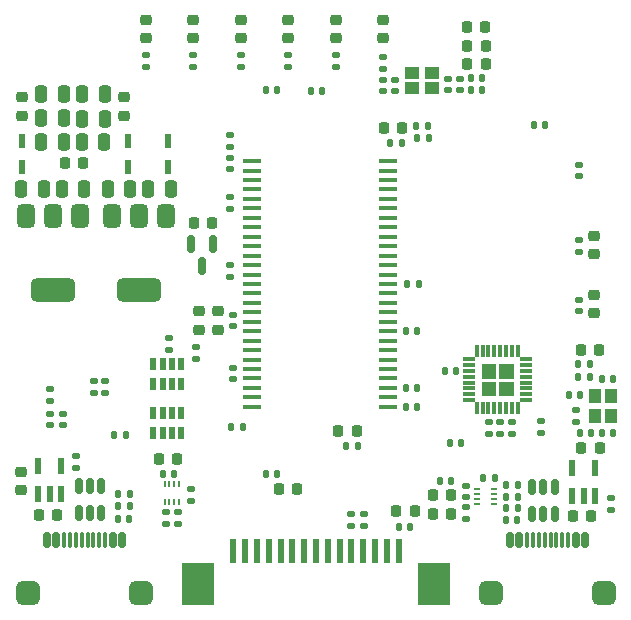
<source format=gbr>
%TF.GenerationSoftware,KiCad,Pcbnew,8.0.1*%
%TF.CreationDate,2024-04-17T21:00:07+02:00*%
%TF.ProjectId,STM32_Dev_Board,53544d33-325f-4446-9576-5f426f617264,rev?*%
%TF.SameCoordinates,Original*%
%TF.FileFunction,Paste,Top*%
%TF.FilePolarity,Positive*%
%FSLAX46Y46*%
G04 Gerber Fmt 4.6, Leading zero omitted, Abs format (unit mm)*
G04 Created by KiCad (PCBNEW 8.0.1) date 2024-04-17 21:00:07*
%MOMM*%
%LPD*%
G01*
G04 APERTURE LIST*
G04 Aperture macros list*
%AMRoundRect*
0 Rectangle with rounded corners*
0 $1 Rounding radius*
0 $2 $3 $4 $5 $6 $7 $8 $9 X,Y pos of 4 corners*
0 Add a 4 corners polygon primitive as box body*
4,1,4,$2,$3,$4,$5,$6,$7,$8,$9,$2,$3,0*
0 Add four circle primitives for the rounded corners*
1,1,$1+$1,$2,$3*
1,1,$1+$1,$4,$5*
1,1,$1+$1,$6,$7*
1,1,$1+$1,$8,$9*
0 Add four rect primitives between the rounded corners*
20,1,$1+$1,$2,$3,$4,$5,0*
20,1,$1+$1,$4,$5,$6,$7,0*
20,1,$1+$1,$6,$7,$8,$9,0*
20,1,$1+$1,$8,$9,$2,$3,0*%
G04 Aperture macros list end*
%ADD10C,0.010000*%
%ADD11RoundRect,0.218750X-0.256250X0.218750X-0.256250X-0.218750X0.256250X-0.218750X0.256250X0.218750X0*%
%ADD12RoundRect,0.140000X0.140000X0.170000X-0.140000X0.170000X-0.140000X-0.170000X0.140000X-0.170000X0*%
%ADD13R,1.510000X0.458000*%
%ADD14RoundRect,0.140000X-0.170000X0.140000X-0.170000X-0.140000X0.170000X-0.140000X0.170000X0.140000X0*%
%ADD15RoundRect,0.002600X-0.127400X0.427400X-0.127400X-0.427400X0.127400X-0.427400X0.127400X0.427400X0*%
%ADD16RoundRect,0.002600X-0.427400X-0.127400X0.427400X-0.127400X0.427400X0.127400X-0.427400X0.127400X0*%
%ADD17RoundRect,0.002600X0.127400X-0.427400X0.127400X0.427400X-0.127400X0.427400X-0.127400X-0.427400X0*%
%ADD18RoundRect,0.002600X0.427400X0.127400X-0.427400X0.127400X-0.427400X-0.127400X0.427400X-0.127400X0*%
%ADD19RoundRect,0.135000X-0.135000X-0.185000X0.135000X-0.185000X0.135000X0.185000X-0.135000X0.185000X0*%
%ADD20RoundRect,0.135000X0.135000X0.185000X-0.135000X0.185000X-0.135000X-0.185000X0.135000X-0.185000X0*%
%ADD21RoundRect,0.135000X0.185000X-0.135000X0.185000X0.135000X-0.185000X0.135000X-0.185000X-0.135000X0*%
%ADD22R,0.600000X1.360000*%
%ADD23RoundRect,0.150000X-0.150000X-0.500000X0.150000X-0.500000X0.150000X0.500000X-0.150000X0.500000X0*%
%ADD24RoundRect,0.075000X-0.075000X-0.575000X0.075000X-0.575000X0.075000X0.575000X-0.075000X0.575000X0*%
%ADD25RoundRect,0.500000X-0.500000X-0.500000X0.500000X-0.500000X0.500000X0.500000X-0.500000X0.500000X0*%
%ADD26R,0.610000X2.000000*%
%ADD27R,2.680000X3.600000*%
%ADD28RoundRect,0.030000X0.220000X-0.575000X0.220000X0.575000X-0.220000X0.575000X-0.220000X-0.575000X0*%
%ADD29RoundRect,0.225000X-0.225000X-0.250000X0.225000X-0.250000X0.225000X0.250000X-0.225000X0.250000X0*%
%ADD30RoundRect,0.041300X-0.253700X0.483700X-0.253700X-0.483700X0.253700X-0.483700X0.253700X0.483700X0*%
%ADD31RoundRect,0.140000X-0.140000X-0.170000X0.140000X-0.170000X0.140000X0.170000X-0.140000X0.170000X0*%
%ADD32RoundRect,0.135000X-0.185000X0.135000X-0.185000X-0.135000X0.185000X-0.135000X0.185000X0.135000X0*%
%ADD33RoundRect,0.250000X0.250000X0.475000X-0.250000X0.475000X-0.250000X-0.475000X0.250000X-0.475000X0*%
%ADD34RoundRect,0.140000X0.170000X-0.140000X0.170000X0.140000X-0.170000X0.140000X-0.170000X-0.140000X0*%
%ADD35RoundRect,0.250000X-0.250000X-0.475000X0.250000X-0.475000X0.250000X0.475000X-0.250000X0.475000X0*%
%ADD36RoundRect,0.150000X0.150000X-0.512500X0.150000X0.512500X-0.150000X0.512500X-0.150000X-0.512500X0*%
%ADD37RoundRect,0.225000X0.225000X0.250000X-0.225000X0.250000X-0.225000X-0.250000X0.225000X-0.250000X0*%
%ADD38R,1.200000X1.000000*%
%ADD39R,0.499999X0.200000*%
%ADD40RoundRect,0.225000X-0.250000X0.225000X-0.250000X-0.225000X0.250000X-0.225000X0.250000X0.225000X0*%
%ADD41RoundRect,0.375000X-0.375000X0.625000X-0.375000X-0.625000X0.375000X-0.625000X0.375000X0.625000X0*%
%ADD42RoundRect,0.500000X-1.400000X0.500000X-1.400000X-0.500000X1.400000X-0.500000X1.400000X0.500000X0*%
%ADD43RoundRect,0.218750X-0.218750X-0.256250X0.218750X-0.256250X0.218750X0.256250X-0.218750X0.256250X0*%
%ADD44RoundRect,0.225000X0.250000X-0.225000X0.250000X0.225000X-0.250000X0.225000X-0.250000X-0.225000X0*%
%ADD45R,1.000000X1.200000*%
%ADD46R,0.200000X0.499999*%
%ADD47RoundRect,0.218750X0.218750X0.256250X-0.218750X0.256250X-0.218750X-0.256250X0.218750X-0.256250X0*%
%ADD48RoundRect,0.150000X-0.150000X0.587500X-0.150000X-0.587500X0.150000X-0.587500X0.150000X0.587500X0*%
G04 APERTURE END LIST*
D10*
%TO.C,U9*%
X221190000Y-86140000D02*
X220018070Y-86140000D01*
X220018070Y-84968070D01*
X221190000Y-84968070D01*
X221190000Y-86140000D01*
G36*
X221190000Y-86140000D02*
G01*
X220018070Y-86140000D01*
X220018070Y-84968070D01*
X221190000Y-84968070D01*
X221190000Y-86140000D01*
G37*
X221190000Y-87630000D02*
X220017890Y-87630000D01*
X220017890Y-86460254D01*
X221190000Y-86460254D01*
X221190000Y-87630000D01*
G36*
X221190000Y-87630000D02*
G01*
X220017890Y-87630000D01*
X220017890Y-86460254D01*
X221190000Y-86460254D01*
X221190000Y-87630000D01*
G37*
X222680000Y-86140000D02*
X221510069Y-86140000D01*
X221510069Y-84969430D01*
X222680000Y-84969430D01*
X222680000Y-86140000D01*
G36*
X222680000Y-86140000D02*
G01*
X221510069Y-86140000D01*
X221510069Y-84969430D01*
X222680000Y-84969430D01*
X222680000Y-86140000D01*
G37*
X222680000Y-87630000D02*
X221510191Y-87630000D01*
X221510191Y-86460191D01*
X222680000Y-86460191D01*
X222680000Y-87630000D01*
G36*
X222680000Y-87630000D02*
G01*
X221510191Y-87630000D01*
X221510191Y-86460191D01*
X222680000Y-86460191D01*
X222680000Y-87630000D01*
G37*
%TD*%
D11*
%TO.C,D9*%
X211700000Y-55812500D03*
X211700000Y-57387500D03*
%TD*%
%TO.C,D7*%
X207680000Y-55812500D03*
X207680000Y-57387500D03*
%TD*%
%TO.C,D5*%
X203660000Y-55812500D03*
X203660000Y-57387500D03*
%TD*%
%TO.C,D8*%
X199640000Y-55812500D03*
X199640000Y-57387500D03*
%TD*%
%TO.C,D6*%
X195620000Y-55812500D03*
X195620000Y-57387500D03*
%TD*%
%TO.C,D4*%
X191600000Y-55812500D03*
X191600000Y-57387500D03*
%TD*%
D12*
%TO.C,C41*%
X215530000Y-65850000D03*
X214570000Y-65850000D03*
%TD*%
D13*
%TO.C,U13*%
X212100000Y-88600000D03*
X212100000Y-87800000D03*
X212100000Y-87000000D03*
X212100000Y-86200000D03*
X212100000Y-85400000D03*
X212100000Y-84600000D03*
X212100000Y-83800000D03*
X212100000Y-83000000D03*
X212100000Y-82200000D03*
X212100000Y-81400000D03*
X212100000Y-80600000D03*
X212100000Y-79800000D03*
X212100000Y-79000000D03*
X212100000Y-78200000D03*
X212100000Y-77400000D03*
X212100000Y-76600000D03*
X212100000Y-75800000D03*
X212100000Y-75000000D03*
X212100000Y-74200000D03*
X212100000Y-73400000D03*
X212100000Y-72600000D03*
X212100000Y-71800000D03*
X212100000Y-71000000D03*
X212100000Y-70200000D03*
X212100000Y-69400000D03*
X212100000Y-68600000D03*
X212100000Y-67800000D03*
X200600000Y-67800000D03*
X200600000Y-68600000D03*
X200600000Y-69400000D03*
X200600000Y-70200000D03*
X200600000Y-71000000D03*
X200600000Y-71800000D03*
X200600000Y-72600000D03*
X200600000Y-73400000D03*
X200600000Y-74200000D03*
X200600000Y-75000000D03*
X200600000Y-75800000D03*
X200600000Y-76600000D03*
X200600000Y-77400000D03*
X200600000Y-78200000D03*
X200600000Y-79000000D03*
X200600000Y-79800000D03*
X200600000Y-80600000D03*
X200600000Y-81400000D03*
X200600000Y-82200000D03*
X200600000Y-83000000D03*
X200600000Y-83800000D03*
X200600000Y-84600000D03*
X200600000Y-85400000D03*
X200600000Y-86200000D03*
X200600000Y-87000000D03*
X200600000Y-87800000D03*
X200600000Y-88600000D03*
%TD*%
D14*
%TO.C,C51*%
X221600000Y-89920000D03*
X221600000Y-90880000D03*
%TD*%
D15*
%TO.C,U9*%
X223100000Y-83865000D03*
X222600000Y-83865000D03*
X222100000Y-83865000D03*
X221600000Y-83865000D03*
X221100000Y-83865000D03*
X220600000Y-83865000D03*
X220100000Y-83865000D03*
X219600000Y-83865000D03*
D16*
X218915000Y-84550000D03*
X218915000Y-85050000D03*
X218915000Y-85550000D03*
X218915000Y-86050000D03*
X218915000Y-86550000D03*
X218915000Y-87050000D03*
X218915000Y-87550000D03*
X218915000Y-88050000D03*
D17*
X219600000Y-88735000D03*
X220100000Y-88735000D03*
X220600000Y-88735000D03*
X221100000Y-88735000D03*
X221600000Y-88735000D03*
X222100000Y-88735000D03*
X222600000Y-88735000D03*
X223100000Y-88735000D03*
D18*
X223785000Y-88050000D03*
X223785000Y-87550000D03*
X223785000Y-87050000D03*
X223785000Y-86550000D03*
X223785000Y-86050000D03*
X223785000Y-85550000D03*
X223785000Y-85050000D03*
X223785000Y-84550000D03*
%TD*%
D19*
%TO.C,R18*%
X222040000Y-96200000D03*
X223060000Y-96200000D03*
%TD*%
D20*
%TO.C,R17*%
X223060000Y-97175000D03*
X222040000Y-97175000D03*
%TD*%
D19*
%TO.C,R11*%
X189190000Y-97000000D03*
X190210000Y-97000000D03*
%TD*%
D21*
%TO.C,R13*%
X193280000Y-98510000D03*
X193280000Y-97490000D03*
%TD*%
D22*
%TO.C,U8*%
X227700000Y-96165000D03*
X228650000Y-96165000D03*
X229600000Y-96165000D03*
X229600000Y-93815000D03*
X227700000Y-93815000D03*
%TD*%
D23*
%TO.C,J3*%
X183200000Y-99855000D03*
X184000000Y-99855000D03*
D24*
X185150000Y-99855000D03*
X186150000Y-99855000D03*
X186650000Y-99855000D03*
X187650000Y-99855000D03*
D23*
X188800000Y-99855000D03*
X189600000Y-99855000D03*
X189600000Y-99855000D03*
X188800000Y-99855000D03*
D24*
X188150000Y-99855000D03*
X187150000Y-99855000D03*
X185650000Y-99855000D03*
X184650000Y-99855000D03*
D23*
X184000000Y-99855000D03*
X183200000Y-99855000D03*
D25*
X181600000Y-104400000D03*
X191200000Y-104400000D03*
%TD*%
D23*
%TO.C,J4*%
X222400000Y-99855000D03*
X223200000Y-99855000D03*
D24*
X224350000Y-99855000D03*
X225350000Y-99855000D03*
X225850000Y-99855000D03*
X226850000Y-99855000D03*
D23*
X228000000Y-99855000D03*
X228800000Y-99855000D03*
X228800000Y-99855000D03*
X228000000Y-99855000D03*
D24*
X227350000Y-99855000D03*
X226350000Y-99855000D03*
X224850000Y-99855000D03*
X223850000Y-99855000D03*
D23*
X223200000Y-99855000D03*
X222400000Y-99855000D03*
D25*
X220800000Y-104400000D03*
X230400000Y-104400000D03*
%TD*%
D22*
%TO.C,U5*%
X182500000Y-95985000D03*
X183450000Y-95985000D03*
X184400000Y-95985000D03*
X184400000Y-93635000D03*
X182500000Y-93635000D03*
%TD*%
D26*
%TO.C,J5*%
X199000000Y-100800000D03*
X200000000Y-100800000D03*
X201000000Y-100800000D03*
X202000000Y-100800000D03*
X203000000Y-100800000D03*
X204000000Y-100800000D03*
X205000000Y-100800000D03*
X206000000Y-100800000D03*
X207000000Y-100800000D03*
X208000000Y-100800000D03*
X209000000Y-100800000D03*
X210000000Y-100800000D03*
X211000000Y-100800000D03*
X212000000Y-100800000D03*
X213000000Y-100800000D03*
D27*
X196010000Y-103600000D03*
X215990000Y-103600000D03*
%TD*%
D28*
%TO.C,D1*%
X181100000Y-68292500D03*
X181100000Y-66082500D03*
%TD*%
D29*
%TO.C,C48*%
X192705000Y-93000000D03*
X194255000Y-93000000D03*
%TD*%
D30*
%TO.C,R26*%
X194600000Y-85015000D03*
X193800000Y-85015000D03*
X193000000Y-85015000D03*
X192200000Y-85015000D03*
X192200000Y-86685000D03*
X193000000Y-86685000D03*
X193800000Y-86685000D03*
X194600000Y-86685000D03*
%TD*%
D31*
%TO.C,C72*%
X213620000Y-87000000D03*
X214580000Y-87000000D03*
%TD*%
D32*
%TO.C,R2*%
X198700000Y-65590000D03*
X198700000Y-66610000D03*
%TD*%
%TO.C,R10*%
X185700000Y-92790000D03*
X185700000Y-93810000D03*
%TD*%
D29*
%TO.C,C49*%
X228455000Y-92090000D03*
X230005000Y-92090000D03*
%TD*%
D33*
%TO.C,C7*%
X188100000Y-62100000D03*
X186200000Y-62100000D03*
%TD*%
D34*
%TO.C,C64*%
X188160000Y-87390000D03*
X188160000Y-86430000D03*
%TD*%
D35*
%TO.C,C6*%
X184450000Y-70200000D03*
X186350000Y-70200000D03*
%TD*%
D36*
%TO.C,U10*%
X224300000Y-97675000D03*
X225250000Y-97675000D03*
X226200000Y-97675000D03*
X226200000Y-95400000D03*
X225250000Y-95400000D03*
X224300000Y-95400000D03*
%TD*%
D29*
%TO.C,C2*%
X195625000Y-73000000D03*
X197175000Y-73000000D03*
%TD*%
D21*
%TO.C,R7*%
X207680000Y-59810000D03*
X207680000Y-58790000D03*
%TD*%
D37*
%TO.C,C38*%
X217450000Y-96100000D03*
X215900000Y-96100000D03*
%TD*%
D34*
%TO.C,C18*%
X218200000Y-61780000D03*
X218200000Y-60820000D03*
%TD*%
D12*
%TO.C,C30*%
X220080000Y-60800000D03*
X219120000Y-60800000D03*
%TD*%
D32*
%TO.C,R21*%
X225050000Y-89840000D03*
X225050000Y-90860000D03*
%TD*%
D20*
%TO.C,R12*%
X190210000Y-96000000D03*
X189190000Y-96000000D03*
%TD*%
D12*
%TO.C,C31*%
X220080000Y-61800000D03*
X219120000Y-61800000D03*
%TD*%
D28*
%TO.C,D3*%
X190112500Y-68292500D03*
X190112500Y-66082500D03*
%TD*%
D31*
%TO.C,C46*%
X189220000Y-98100000D03*
X190180000Y-98100000D03*
%TD*%
D32*
%TO.C,R28*%
X209000000Y-97690000D03*
X209000000Y-98710000D03*
%TD*%
D28*
%TO.C,D2*%
X193500000Y-68305000D03*
X193500000Y-66095000D03*
%TD*%
D31*
%TO.C,C47*%
X193000000Y-94300000D03*
X193960000Y-94300000D03*
%TD*%
D34*
%TO.C,C40*%
X212700000Y-61880000D03*
X212700000Y-60920000D03*
%TD*%
D14*
%TO.C,C52*%
X220650000Y-89920000D03*
X220650000Y-90880000D03*
%TD*%
D34*
%TO.C,C59*%
X218700000Y-96230000D03*
X218700000Y-95270000D03*
%TD*%
D37*
%TO.C,C32*%
X220350000Y-59600000D03*
X218800000Y-59600000D03*
%TD*%
D32*
%TO.C,R29*%
X210100000Y-97690000D03*
X210100000Y-98710000D03*
%TD*%
D33*
%TO.C,C8*%
X188100000Y-64200000D03*
X186200000Y-64200000D03*
%TD*%
D38*
%TO.C,Y1*%
X215800000Y-60300000D03*
X214100000Y-60300000D03*
X214100000Y-61600000D03*
X215800000Y-61600000D03*
%TD*%
D31*
%TO.C,C57*%
X230200000Y-86275000D03*
X231160000Y-86275000D03*
%TD*%
D12*
%TO.C,C66*%
X189880000Y-91000000D03*
X188920000Y-91000000D03*
%TD*%
%TO.C,C14*%
X225380000Y-64750000D03*
X224420000Y-64750000D03*
%TD*%
D31*
%TO.C,C34*%
X201770000Y-61800000D03*
X202730000Y-61800000D03*
%TD*%
D14*
%TO.C,C63*%
X187160000Y-86430000D03*
X187160000Y-87390000D03*
%TD*%
D21*
%TO.C,R9*%
X211700000Y-60010000D03*
X211700000Y-58990000D03*
%TD*%
%TO.C,R19*%
X222600000Y-90920000D03*
X222600000Y-89900000D03*
%TD*%
D34*
%TO.C,C61*%
X183500000Y-88080000D03*
X183500000Y-87120000D03*
%TD*%
D35*
%TO.C,C5*%
X181050000Y-70200000D03*
X182950000Y-70200000D03*
%TD*%
D39*
%TO.C,U11*%
X221100001Y-96799999D03*
X221100001Y-96400000D03*
X221100001Y-96000000D03*
X221100001Y-95600001D03*
X219599999Y-95600001D03*
X219599999Y-96000000D03*
X219599999Y-96400000D03*
X219599999Y-96799999D03*
%TD*%
D35*
%TO.C,C4*%
X182750000Y-64187500D03*
X184650000Y-64187500D03*
%TD*%
D21*
%TO.C,R16*%
X230990000Y-97310000D03*
X230990000Y-96290000D03*
%TD*%
D31*
%TO.C,C22*%
X198820000Y-90350000D03*
X199780000Y-90350000D03*
%TD*%
D40*
%TO.C,C44*%
X180990000Y-94125000D03*
X180990000Y-95675000D03*
%TD*%
D37*
%TO.C,C45*%
X184075000Y-97800000D03*
X182525000Y-97800000D03*
%TD*%
D35*
%TO.C,C10*%
X191800000Y-70200000D03*
X193700000Y-70200000D03*
%TD*%
D41*
%TO.C,U2*%
X186000000Y-72450000D03*
X183700000Y-72450000D03*
D42*
X183700000Y-78750000D03*
D41*
X181400000Y-72450000D03*
%TD*%
D31*
%TO.C,C68*%
X212995000Y-98800000D03*
X213955000Y-98800000D03*
%TD*%
%TO.C,C36*%
X228220000Y-85000000D03*
X229180000Y-85000000D03*
%TD*%
D40*
%TO.C,C77*%
X197700000Y-80525000D03*
X197700000Y-82075000D03*
%TD*%
D34*
%TO.C,C25*%
X211700000Y-61880000D03*
X211700000Y-60920000D03*
%TD*%
D29*
%TO.C,C67*%
X212800000Y-97400000D03*
X214350000Y-97400000D03*
%TD*%
D34*
%TO.C,C20*%
X228250000Y-75480000D03*
X228250000Y-74520000D03*
%TD*%
D36*
%TO.C,U6*%
X185900000Y-97600000D03*
X186850000Y-97600000D03*
X187800000Y-97600000D03*
X187800000Y-95325000D03*
X186850000Y-95325000D03*
X185900000Y-95325000D03*
%TD*%
D21*
%TO.C,R6*%
X195620000Y-59810000D03*
X195620000Y-58790000D03*
%TD*%
D31*
%TO.C,C24*%
X208570000Y-91950000D03*
X209530000Y-91950000D03*
%TD*%
D29*
%TO.C,C35*%
X207875000Y-90650000D03*
X209425000Y-90650000D03*
%TD*%
D31*
%TO.C,C16*%
X201720000Y-94250000D03*
X202680000Y-94250000D03*
%TD*%
D35*
%TO.C,C9*%
X188350000Y-70200000D03*
X190250000Y-70200000D03*
%TD*%
D43*
%TO.C,FB3*%
X184712500Y-68000000D03*
X186287500Y-68000000D03*
%TD*%
D14*
%TO.C,C39*%
X217200000Y-60820000D03*
X217200000Y-61780000D03*
%TD*%
D32*
%TO.C,R22*%
X218700000Y-97090000D03*
X218700000Y-98110000D03*
%TD*%
D40*
%TO.C,C1*%
X196100000Y-80525000D03*
X196100000Y-82075000D03*
%TD*%
D29*
%TO.C,C73*%
X211725000Y-65000000D03*
X213275000Y-65000000D03*
%TD*%
D37*
%TO.C,C33*%
X220350000Y-58050000D03*
X218800000Y-58050000D03*
%TD*%
D44*
%TO.C,C29*%
X229500000Y-80675000D03*
X229500000Y-79125000D03*
%TD*%
%TO.C,C37*%
X229500000Y-75675000D03*
X229500000Y-74125000D03*
%TD*%
D31*
%TO.C,C71*%
X213620000Y-82200000D03*
X214580000Y-82200000D03*
%TD*%
D14*
%TO.C,C74*%
X199000000Y-85320000D03*
X199000000Y-86280000D03*
%TD*%
D41*
%TO.C,U3*%
X193300000Y-72450000D03*
X191000000Y-72450000D03*
D42*
X191000000Y-78750000D03*
D41*
X188700000Y-72450000D03*
%TD*%
D29*
%TO.C,C55*%
X227725000Y-97875000D03*
X229275000Y-97875000D03*
%TD*%
D20*
%TO.C,R24*%
X221160000Y-94650000D03*
X220140000Y-94650000D03*
%TD*%
D45*
%TO.C,Y2*%
X230950000Y-89400000D03*
X230950000Y-87700000D03*
X229650000Y-87700000D03*
X229650000Y-89400000D03*
%TD*%
D34*
%TO.C,C26*%
X228250000Y-80480000D03*
X228250000Y-79520000D03*
%TD*%
D12*
%TO.C,C56*%
X223030000Y-98175000D03*
X222070000Y-98175000D03*
%TD*%
D46*
%TO.C,U7*%
X193180001Y-96650001D03*
X193580000Y-96650001D03*
X193980000Y-96650001D03*
X194379999Y-96650001D03*
X194379999Y-95149999D03*
X193980000Y-95149999D03*
X193580000Y-95149999D03*
X193180001Y-95149999D03*
%TD*%
D35*
%TO.C,C3*%
X182750000Y-62087500D03*
X184650000Y-62087500D03*
%TD*%
D30*
%TO.C,R27*%
X194600000Y-89115000D03*
X193800000Y-89115000D03*
X193000000Y-89115000D03*
X192200000Y-89115000D03*
X192200000Y-90785000D03*
X193000000Y-90785000D03*
X193800000Y-90785000D03*
X194600000Y-90785000D03*
%TD*%
D14*
%TO.C,C17*%
X198700000Y-76620000D03*
X198700000Y-77580000D03*
%TD*%
D20*
%TO.C,R23*%
X223060000Y-95200000D03*
X222040000Y-95200000D03*
%TD*%
D12*
%TO.C,C13*%
X206530000Y-61850000D03*
X205570000Y-61850000D03*
%TD*%
D14*
%TO.C,C62*%
X184570000Y-89220000D03*
X184570000Y-90180000D03*
%TD*%
D31*
%TO.C,C15*%
X228320000Y-90800000D03*
X229280000Y-90800000D03*
%TD*%
%TO.C,C76*%
X213620000Y-88600000D03*
X214580000Y-88600000D03*
%TD*%
D37*
%TO.C,C60*%
X217425000Y-97650000D03*
X215875000Y-97650000D03*
%TD*%
D35*
%TO.C,C11*%
X182750000Y-66200000D03*
X184650000Y-66200000D03*
%TD*%
D47*
%TO.C,FB4*%
X220337500Y-56450000D03*
X218762500Y-56450000D03*
%TD*%
D31*
%TO.C,C69*%
X212300000Y-66300000D03*
X213260000Y-66300000D03*
%TD*%
D21*
%TO.C,R15*%
X195380000Y-96610000D03*
X195380000Y-95590000D03*
%TD*%
D11*
%TO.C,FB1*%
X181100000Y-62412500D03*
X181100000Y-63987500D03*
%TD*%
D37*
%TO.C,C43*%
X204375000Y-95600000D03*
X202825000Y-95600000D03*
%TD*%
D48*
%TO.C,U1*%
X197300000Y-74825000D03*
X195400000Y-74825000D03*
X196350000Y-76700000D03*
%TD*%
D29*
%TO.C,C42*%
X228425000Y-83800000D03*
X229975000Y-83800000D03*
%TD*%
D21*
%TO.C,R14*%
X194280000Y-98510000D03*
X194280000Y-97490000D03*
%TD*%
D12*
%TO.C,C58*%
X231160000Y-90800000D03*
X230200000Y-90800000D03*
%TD*%
D21*
%TO.C,R8*%
X199640000Y-59810000D03*
X199640000Y-58790000D03*
%TD*%
D31*
%TO.C,C54*%
X228220000Y-86100000D03*
X229180000Y-86100000D03*
%TD*%
D14*
%TO.C,C28*%
X198700000Y-67520000D03*
X198700000Y-68480000D03*
%TD*%
%TO.C,C65*%
X183500000Y-89220000D03*
X183500000Y-90180000D03*
%TD*%
D21*
%TO.C,R4*%
X191600000Y-59810000D03*
X191600000Y-58790000D03*
%TD*%
%TO.C,R20*%
X228000000Y-89910000D03*
X228000000Y-88890000D03*
%TD*%
D14*
%TO.C,C75*%
X199000000Y-80820000D03*
X199000000Y-81780000D03*
%TD*%
D21*
%TO.C,R5*%
X203660000Y-59810000D03*
X203660000Y-58790000D03*
%TD*%
D11*
%TO.C,FB2*%
X189700000Y-62412500D03*
X189700000Y-63987500D03*
%TD*%
D12*
%TO.C,C53*%
X217880000Y-85550000D03*
X216920000Y-85550000D03*
%TD*%
D14*
%TO.C,C23*%
X195800000Y-83570000D03*
X195800000Y-84530000D03*
%TD*%
D33*
%TO.C,C12*%
X188050000Y-66200000D03*
X186150000Y-66200000D03*
%TD*%
D12*
%TO.C,C50*%
X228380000Y-87600000D03*
X227420000Y-87600000D03*
%TD*%
%TO.C,C27*%
X218280000Y-91694000D03*
X217320000Y-91694000D03*
%TD*%
D31*
%TO.C,C70*%
X213720000Y-78200000D03*
X214680000Y-78200000D03*
%TD*%
D20*
%TO.C,R1*%
X215520000Y-64850000D03*
X214500000Y-64850000D03*
%TD*%
D14*
%TO.C,C19*%
X228250000Y-68120000D03*
X228250000Y-69080000D03*
%TD*%
D12*
%TO.C,C21*%
X217430000Y-94900000D03*
X216470000Y-94900000D03*
%TD*%
D21*
%TO.C,R25*%
X193550000Y-83760000D03*
X193550000Y-82740000D03*
%TD*%
%TO.C,R3*%
X198750000Y-71860000D03*
X198750000Y-70840000D03*
%TD*%
M02*

</source>
